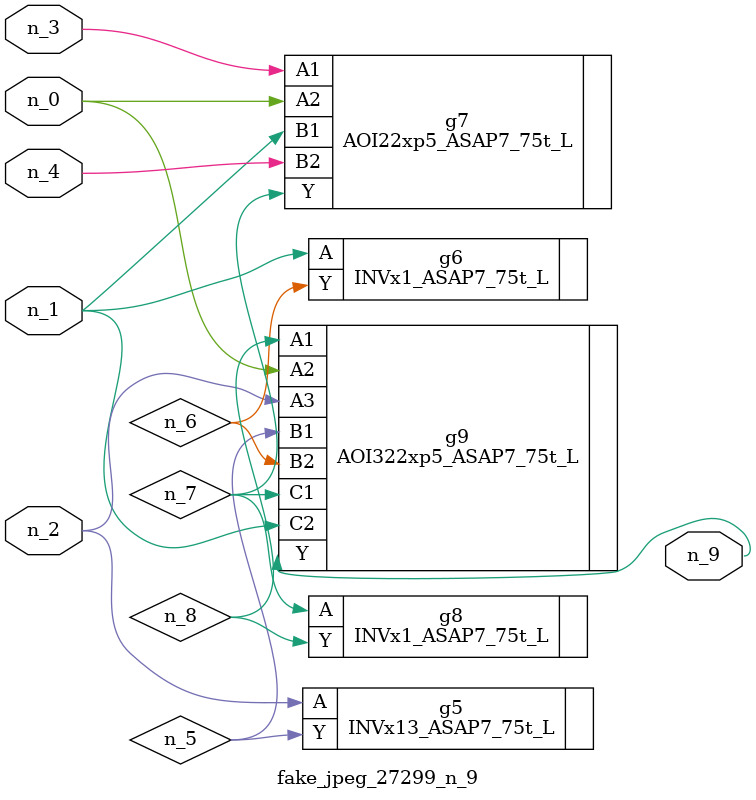
<source format=v>
module fake_jpeg_27299_n_9 (n_3, n_2, n_1, n_0, n_4, n_9);

input n_3;
input n_2;
input n_1;
input n_0;
input n_4;

output n_9;

wire n_8;
wire n_6;
wire n_5;
wire n_7;

INVx13_ASAP7_75t_L g5 ( 
.A(n_2),
.Y(n_5)
);

INVx1_ASAP7_75t_L g6 ( 
.A(n_1),
.Y(n_6)
);

AOI22xp5_ASAP7_75t_L g7 ( 
.A1(n_3),
.A2(n_0),
.B1(n_1),
.B2(n_4),
.Y(n_7)
);

INVx1_ASAP7_75t_L g8 ( 
.A(n_7),
.Y(n_8)
);

AOI322xp5_ASAP7_75t_L g9 ( 
.A1(n_8),
.A2(n_0),
.A3(n_2),
.B1(n_5),
.B2(n_6),
.C1(n_7),
.C2(n_1),
.Y(n_9)
);


endmodule
</source>
